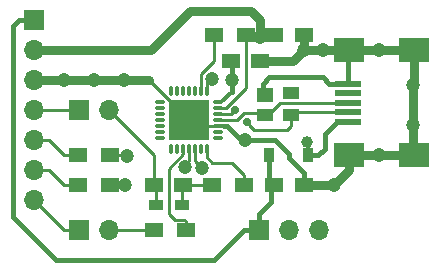
<source format=gbr>
G04 #@! TF.FileFunction,Copper,L1,Top,Signal*
%FSLAX46Y46*%
G04 Gerber Fmt 4.6, Leading zero omitted, Abs format (unit mm)*
G04 Created by KiCad (PCBNEW 4.0.7) date 11/13/18 10:50:41*
%MOMM*%
%LPD*%
G01*
G04 APERTURE LIST*
%ADD10C,0.100000*%
%ADD11R,2.300000X0.500000*%
%ADD12R,2.500000X2.000000*%
%ADD13O,0.850000X0.300000*%
%ADD14O,0.300000X0.850000*%
%ADD15R,1.675000X1.675000*%
%ADD16R,1.500000X1.250000*%
%ADD17R,0.900000X1.200000*%
%ADD18R,1.700000X1.700000*%
%ADD19O,1.700000X1.700000*%
%ADD20R,1.500000X1.300000*%
%ADD21R,1.200000X0.900000*%
%ADD22R,1.400000X1.200000*%
%ADD23R,1.400000X1.000000*%
%ADD24C,1.200000*%
%ADD25C,0.700000*%
%ADD26C,1.000000*%
%ADD27C,0.250000*%
%ADD28C,0.800000*%
%ADD29C,0.400000*%
%ADD30C,0.300000*%
%ADD31C,0.350000*%
G04 APERTURE END LIST*
D10*
D11*
X172620000Y-108910000D03*
X172620000Y-108110000D03*
X172620000Y-107310000D03*
X172620000Y-106510000D03*
X172620000Y-105710000D03*
D12*
X172720000Y-111760000D03*
X178220000Y-111760000D03*
X172720000Y-102860000D03*
X178220000Y-102860000D03*
D13*
X161632500Y-110287500D03*
X161632500Y-109787500D03*
X161632500Y-109287500D03*
X161632500Y-108787500D03*
X161632500Y-108287500D03*
X161632500Y-107787500D03*
X161632500Y-107287500D03*
D14*
X160682500Y-106337500D03*
X160182500Y-106337500D03*
X159682500Y-106337500D03*
X159182500Y-106337500D03*
X158682500Y-106337500D03*
X158182500Y-106337500D03*
X157682500Y-106337500D03*
D13*
X156732500Y-107287500D03*
X156732500Y-107787500D03*
X156732500Y-108287500D03*
X156732500Y-108787500D03*
X156732500Y-109287500D03*
X156732500Y-109787500D03*
X156732500Y-110287500D03*
D14*
X157682500Y-111237500D03*
X158182500Y-111237500D03*
X158682500Y-111237500D03*
X159182500Y-111237500D03*
X159682500Y-111237500D03*
X160182500Y-111237500D03*
X160682500Y-111237500D03*
D15*
X158345000Y-107950000D03*
X158345000Y-109625000D03*
X160020000Y-107950000D03*
X160020000Y-109625000D03*
D16*
X158710000Y-114300000D03*
X156210000Y-114300000D03*
X166390000Y-101600000D03*
X168890000Y-101600000D03*
X168890000Y-114300000D03*
X166390000Y-114300000D03*
D17*
X165990000Y-111760000D03*
X169290000Y-111760000D03*
D18*
X149860000Y-107950000D03*
D19*
X152400000Y-107950000D03*
D18*
X149860000Y-118110000D03*
D19*
X152400000Y-118110000D03*
D18*
X165100000Y-118110000D03*
D19*
X167640000Y-118110000D03*
X170180000Y-118110000D03*
D18*
X146050000Y-100330000D03*
D19*
X146050000Y-102870000D03*
X146050000Y-105410000D03*
X146050000Y-107950000D03*
X146050000Y-110490000D03*
X146050000Y-113030000D03*
X146050000Y-115570000D03*
D20*
X152480000Y-114300000D03*
X149780000Y-114300000D03*
X163830000Y-114300000D03*
X161130000Y-114300000D03*
X152480000Y-111760000D03*
X149780000Y-111760000D03*
X158910000Y-118110000D03*
X156210000Y-118110000D03*
X163990000Y-101600000D03*
X161290000Y-101600000D03*
D16*
X162740000Y-103770000D03*
X165240000Y-103770000D03*
D21*
X156380000Y-115951000D03*
X158580000Y-115951000D03*
D22*
X165651000Y-106672000D03*
D23*
X165651000Y-108392000D03*
X167851000Y-108392000D03*
X167851000Y-106492000D03*
D24*
X165227000Y-101727000D03*
X168890000Y-102870000D03*
X170561000Y-102870000D03*
X175260000Y-102870000D03*
X178181000Y-105791000D03*
X178181000Y-109220000D03*
X175260000Y-111760000D03*
X171450000Y-114300000D03*
X163957000Y-110490000D03*
X158345000Y-109625000D03*
X160020000Y-109625000D03*
X160020000Y-107950000D03*
X158345000Y-107950000D03*
X153670000Y-105410000D03*
X151130000Y-105410000D03*
X148590000Y-105410000D03*
D25*
X167851000Y-106492000D03*
D26*
X169180000Y-110670002D03*
D24*
X161163000Y-105283000D03*
X153797000Y-114300000D03*
X158887957Y-112786957D03*
X153949044Y-111861956D03*
X160287425Y-112825574D03*
X162814000Y-105410000D03*
D25*
X164084000Y-108967000D03*
X163068000Y-107950000D03*
D27*
X158580000Y-115951000D02*
X158580000Y-114430000D01*
X158580000Y-114430000D02*
X158710000Y-114300000D01*
X161130000Y-114300000D02*
X158710000Y-114300000D01*
X156380000Y-115951000D02*
X156380000Y-114470000D01*
X156380000Y-114470000D02*
X156210000Y-114300000D01*
X152400000Y-107950000D02*
X156210000Y-111760000D01*
X156210000Y-111760000D02*
X156210000Y-114300000D01*
X156085000Y-114300000D02*
X156210000Y-114300000D01*
D28*
X164465000Y-99568000D02*
X165227000Y-100330000D01*
X165227000Y-100330000D02*
X165227000Y-101727000D01*
X159258000Y-99568000D02*
X164465000Y-99568000D01*
X155956000Y-102870000D02*
X159258000Y-99568000D01*
X146050000Y-102870000D02*
X155956000Y-102870000D01*
D29*
X166390000Y-101600000D02*
X165354000Y-101600000D01*
X165354000Y-101600000D02*
X165227000Y-101727000D01*
X163990000Y-101600000D02*
X165100000Y-101600000D01*
X165100000Y-101600000D02*
X165227000Y-101727000D01*
D27*
X161632500Y-107787500D02*
X162307500Y-107787500D01*
X162307500Y-107787500D02*
X163990000Y-106105000D01*
X163990000Y-102870000D02*
X163990000Y-101600000D01*
X163990000Y-106105000D02*
X163990000Y-102870000D01*
D29*
X165989000Y-105156000D02*
X165444990Y-105700010D01*
X165444990Y-105700010D02*
X165444990Y-106483245D01*
X170516000Y-105156000D02*
X165989000Y-105156000D01*
X172620000Y-105710000D02*
X171070000Y-105710000D01*
X171070000Y-105710000D02*
X170516000Y-105156000D01*
X165444990Y-106483245D02*
X165444990Y-106672000D01*
D28*
X168890000Y-101600000D02*
X168890000Y-102870000D01*
X166801000Y-103759000D02*
X168001000Y-103759000D01*
X168001000Y-103759000D02*
X168890000Y-102870000D01*
X165240000Y-103770000D02*
X166790000Y-103770000D01*
X166790000Y-103770000D02*
X166801000Y-103759000D01*
X175260000Y-111760000D02*
X172720000Y-111760000D01*
X178220000Y-111760000D02*
X175260000Y-111760000D01*
X178181000Y-109220000D02*
X178181000Y-111721000D01*
X178181000Y-111721000D02*
X178220000Y-111760000D01*
X178181000Y-105791000D02*
X178181000Y-109220000D01*
X178220000Y-102860000D02*
X178220000Y-105752000D01*
X178220000Y-105752000D02*
X178181000Y-105791000D01*
X175260000Y-102870000D02*
X178210000Y-102870000D01*
X178210000Y-102870000D02*
X178220000Y-102860000D01*
X172720000Y-102860000D02*
X175250000Y-102860000D01*
X175250000Y-102860000D02*
X175260000Y-102870000D01*
X170561000Y-102870000D02*
X172710000Y-102870000D01*
X172710000Y-102870000D02*
X172720000Y-102860000D01*
X168890000Y-102870000D02*
X170561000Y-102870000D01*
X172720000Y-111760000D02*
X172720000Y-113030000D01*
X172720000Y-113030000D02*
X171450000Y-114300000D01*
X171450000Y-114300000D02*
X172049999Y-113700001D01*
X168890000Y-114300000D02*
X171450000Y-114300000D01*
X153670000Y-105410000D02*
X155808235Y-105410000D01*
X151130000Y-105410000D02*
X153670000Y-105410000D01*
X148590000Y-105410000D02*
X151130000Y-105410000D01*
X146050000Y-105410000D02*
X148590000Y-105410000D01*
D29*
X162373520Y-109287520D02*
X162111480Y-109287520D01*
D27*
X162111480Y-109287520D02*
X162111460Y-109287500D01*
D30*
X162111460Y-109287500D02*
X161632500Y-109287500D01*
D29*
X163957000Y-110490000D02*
X163576000Y-110490000D01*
X163576000Y-110490000D02*
X162373520Y-109287520D01*
X166490002Y-110490000D02*
X163957000Y-110490000D01*
X167640000Y-112025000D02*
X167640000Y-111639998D01*
X167640000Y-111639998D02*
X166490002Y-110490000D01*
X168890000Y-114300000D02*
X168890000Y-113275000D01*
X168890000Y-113275000D02*
X167640000Y-112025000D01*
D27*
X161632500Y-109287500D02*
X160357500Y-109287500D01*
X160357500Y-109287500D02*
X160020000Y-109625000D01*
X160020000Y-109625000D02*
X158345000Y-109625000D01*
X160020000Y-107950000D02*
X160020000Y-109625000D01*
X158345000Y-107950000D02*
X160020000Y-107950000D01*
X158345000Y-107950000D02*
X158345000Y-109625000D01*
D30*
X155808235Y-105410000D02*
X158345000Y-107946765D01*
D27*
X158345000Y-107946765D02*
X158345000Y-107950000D01*
D29*
X172620000Y-105710000D02*
X172620000Y-102960000D01*
X172620000Y-102960000D02*
X172720000Y-102860000D01*
X146050000Y-100330000D02*
X144799999Y-100330001D01*
X144799999Y-100330001D02*
X144272000Y-100858000D01*
X144272000Y-100858000D02*
X144272000Y-116967000D01*
X161310000Y-120650000D02*
X163850000Y-118110000D01*
X144272000Y-116967000D02*
X147955000Y-120650000D01*
X147955000Y-120650000D02*
X161310000Y-120650000D01*
X163850000Y-118110000D02*
X165100000Y-118110000D01*
X166116000Y-115697000D02*
X165100000Y-116713000D01*
X165100000Y-116713000D02*
X165100000Y-118110000D01*
X166116000Y-114449000D02*
X166116000Y-115697000D01*
X166390000Y-114300000D02*
X166265000Y-114300000D01*
X166265000Y-114300000D02*
X166116000Y-114449000D01*
X165990000Y-111760000D02*
X165990000Y-113900000D01*
X165990000Y-113900000D02*
X166390000Y-114300000D01*
X172590000Y-108880000D02*
X172620000Y-108910000D01*
D27*
X169290000Y-111760000D02*
X169290000Y-110780002D01*
X169290000Y-110780002D02*
X169180000Y-110670002D01*
X161062000Y-105283000D02*
X161163000Y-105283000D01*
X160682500Y-106337500D02*
X160682500Y-105662500D01*
X160682500Y-105662500D02*
X161062000Y-105283000D01*
D29*
X172620000Y-108910000D02*
X171720000Y-108910000D01*
X170140000Y-111760000D02*
X169290000Y-111760000D01*
X171720000Y-108910000D02*
X170688000Y-109942000D01*
X170688000Y-109942000D02*
X170688000Y-111212000D01*
X170688000Y-111212000D02*
X170140000Y-111760000D01*
D27*
X160182500Y-106337500D02*
X160182500Y-104877500D01*
X160182500Y-104877500D02*
X161290000Y-103770000D01*
X161290000Y-103770000D02*
X161290000Y-102870000D01*
X161290000Y-102870000D02*
X161290000Y-101600000D01*
X158682500Y-111237500D02*
X158682500Y-111684265D01*
X158682500Y-111684265D02*
X157480000Y-112886765D01*
X157480000Y-112886765D02*
X157480000Y-116713000D01*
X157977000Y-117210000D02*
X158772000Y-117210000D01*
X157480000Y-116713000D02*
X157977000Y-117210000D01*
X158772000Y-117210000D02*
X158910000Y-117348000D01*
X158910000Y-117348000D02*
X158910000Y-118110000D01*
X153797000Y-114300000D02*
X152480000Y-114300000D01*
X159182500Y-112216500D02*
X158887957Y-112511043D01*
X158887957Y-112511043D02*
X158887957Y-112786957D01*
X159182500Y-111237500D02*
X159182500Y-112216500D01*
X152480000Y-111760000D02*
X153847088Y-111760000D01*
X153847088Y-111760000D02*
X153949044Y-111861956D01*
X159682500Y-112212498D02*
X160287425Y-112825574D01*
X160246002Y-112776000D02*
X160246002Y-112784151D01*
X160246002Y-112784151D02*
X160287425Y-112825574D01*
X159682500Y-111237500D02*
X159682500Y-112212498D01*
X163830000Y-114300000D02*
X163830000Y-113400000D01*
X163830000Y-113400000D02*
X162825000Y-112395000D01*
X162825000Y-112395000D02*
X161165000Y-112395000D01*
X161165000Y-112395000D02*
X160682500Y-111912500D01*
X160682500Y-111912500D02*
X160682500Y-111237500D01*
X146050000Y-107950000D02*
X147252081Y-107950000D01*
X147252081Y-107950000D02*
X149860000Y-107950000D01*
X148590000Y-118110000D02*
X149860000Y-118110000D01*
X146050000Y-115570000D02*
X148590000Y-118110000D01*
X152400000Y-118110000D02*
X153602081Y-118110000D01*
X153602081Y-118110000D02*
X156210000Y-118110000D01*
X147320000Y-110490000D02*
X148590000Y-111760000D01*
X148590000Y-111760000D02*
X149780000Y-111760000D01*
X146050000Y-110490000D02*
X147320000Y-110490000D01*
X147320000Y-113030000D02*
X148590000Y-114300000D01*
X148590000Y-114300000D02*
X149780000Y-114300000D01*
X146050000Y-113030000D02*
X147320000Y-113030000D01*
D29*
X162814000Y-105410000D02*
X162814000Y-103844000D01*
X162814000Y-103844000D02*
X162740000Y-103770000D01*
X162814000Y-106381000D02*
X162814000Y-105410000D01*
D27*
X161632500Y-107287500D02*
X161907500Y-107287500D01*
D31*
X161907500Y-107287500D02*
X162814000Y-106381000D01*
D27*
X161632500Y-108787500D02*
X163246500Y-108787500D01*
X163246500Y-108787500D02*
X163830000Y-108204000D01*
X163830000Y-108204000D02*
X165463000Y-108204000D01*
X165463000Y-108204000D02*
X165651000Y-108392000D01*
X172620000Y-107310000D02*
X166933000Y-107310000D01*
X166933000Y-107310000D02*
X165851000Y-108392000D01*
X165851000Y-108392000D02*
X165651000Y-108392000D01*
X161657490Y-108762510D02*
X161632500Y-108787500D01*
X161657490Y-108812490D02*
X161632500Y-108787500D01*
X167513000Y-109601000D02*
X167851000Y-109263000D01*
X167851000Y-109263000D02*
X167851000Y-108392000D01*
X164719000Y-109601000D02*
X167513000Y-109601000D01*
X164384999Y-109266999D02*
X164719000Y-109601000D01*
X164084000Y-108967000D02*
X164383999Y-109266999D01*
X164383999Y-109266999D02*
X164384999Y-109266999D01*
X162730500Y-108287500D02*
X163068000Y-107950000D01*
X161632500Y-108287500D02*
X162730500Y-108287500D01*
X172620000Y-108110000D02*
X168133000Y-108110000D01*
X168133000Y-108110000D02*
X167851000Y-108392000D01*
M02*

</source>
